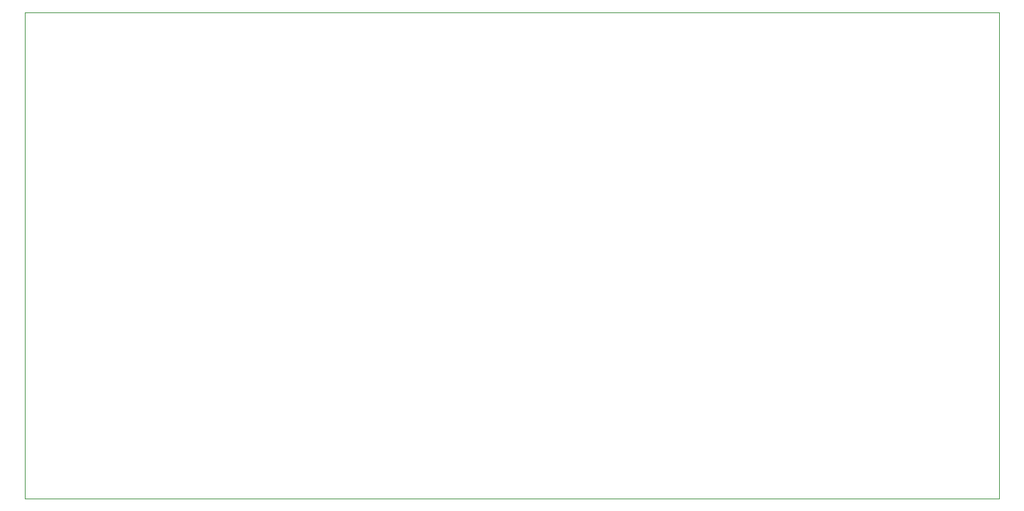
<source format=gbr>
%TF.GenerationSoftware,KiCad,Pcbnew,7.0.8*%
%TF.CreationDate,2024-02-05T12:52:59+01:00*%
%TF.ProjectId,MidiClockBox_v3,4d696469-436c-46f6-936b-426f785f7633,rev?*%
%TF.SameCoordinates,Original*%
%TF.FileFunction,Profile,NP*%
%FSLAX46Y46*%
G04 Gerber Fmt 4.6, Leading zero omitted, Abs format (unit mm)*
G04 Created by KiCad (PCBNEW 7.0.8) date 2024-02-05 12:52:59*
%MOMM*%
%LPD*%
G01*
G04 APERTURE LIST*
%TA.AperFunction,Profile*%
%ADD10C,0.100000*%
%TD*%
G04 APERTURE END LIST*
D10*
X51533056Y-43813641D02*
X170938818Y-43813641D01*
X170938818Y-103435608D01*
X51533056Y-103435608D01*
X51533056Y-43813641D01*
M02*

</source>
